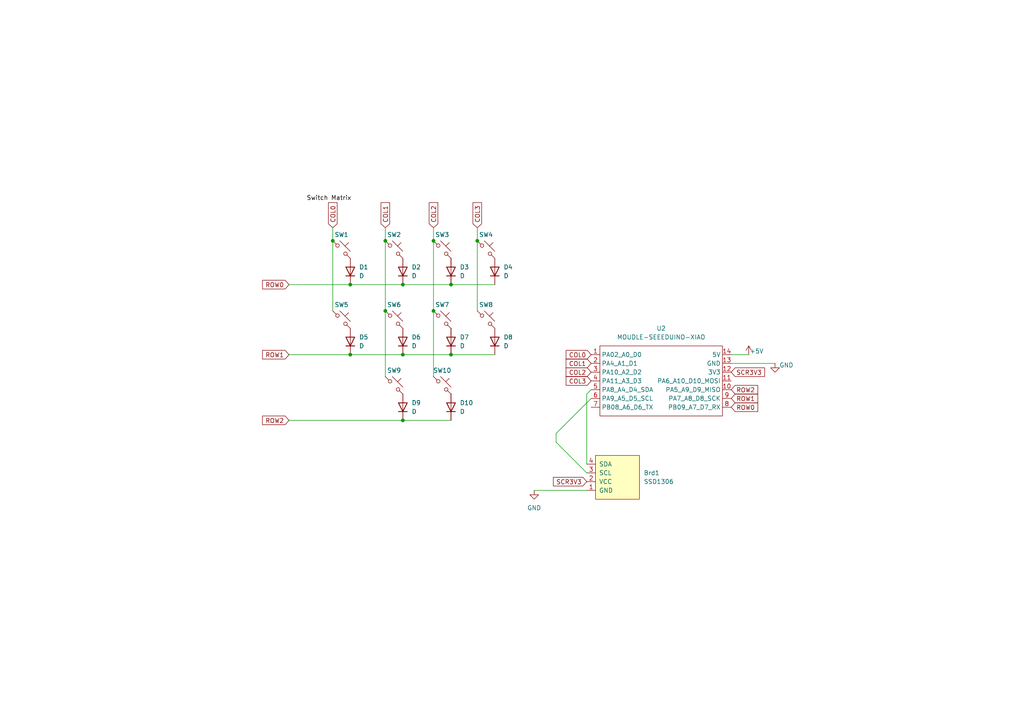
<source format=kicad_sch>
(kicad_sch (version 20231120) (generator "eeschema") (generator_version "8.0")
  (paper "A4")
  (lib_symbols
    (symbol "Device:D" (pin_numbers hide) (pin_names (offset 1.016) hide)
      (property "Reference" "D" (at 0 2.54 0))
      (property "Value" "D" (at 0 -2.54 0))
      (symbol "D_0_1"
        (polyline (pts (xy -1.27 1.27) (xy -1.27 -1.27)) (stroke (width 0.254)))
        (polyline (pts (xy 1.27 0) (xy -1.27 0)))
        (polyline (pts (xy 1.27 1.27) (xy 1.27 -1.27) (xy -1.27 0) (xy 1.27 1.27)) (stroke (width 0.254)))
      )
      (symbol "D_1_1"
        (pin passive line (at -3.81 0 0) (length 2.54) (name "K") (number "1"))
        (pin passive line (at 3.81 0 180) (length 2.54) (name "A") (number "2"))
      )
    )
    (symbol "MOUDLE-SEEEDUINO-XIAO:MOUDLE-SEEEDUINO-XIAO"
      (property "Reference" "U" (at -16.51 11.43 0))
      (property "Value" "MOUDLE-SEEEDUINO-XIAO" (at -3.81 -11.43 0))
      (symbol "MOUDLE-SEEEDUINO-XIAO_0_1"
        (rectangle (start -16.51 10.16) (end 19.05 -10.16))
      )
      (symbol "MOUDLE-SEEEDUINO-XIAO_1_1"
        (pin passive line (at -19.05 7.62 0) (length 2.54) (name "PA02_A0_D0") (number "1"))
        (pin passive line (at 21.59 -2.54 180) (length 2.54) (name "PA5_A9_D9_MISO") (number "10"))
        (pin passive line (at 21.59 0 180) (length 2.54) (name "PA6_A10_D10_MOSI") (number "11"))
        (pin passive line (at 21.59 2.54 180) (length 2.54) (name "3V3") (number "12"))
        (pin passive line (at 21.59 5.08 180) (length 2.54) (name "GND") (number "13"))
        (pin passive line (at 21.59 7.62 180) (length 2.54) (name "5V") (number "14"))
        (pin passive line (at -19.05 5.08 0) (length 2.54) (name "PA4_A1_D1") (number "2"))
        (pin passive line (at -19.05 2.54 0) (length 2.54) (name "PA10_A2_D2") (number "3"))
        (pin passive line (at -19.05 0 0) (length 2.54) (name "PA11_A3_D3") (number "4"))
        (pin passive line (at -19.05 -2.54 0) (length 2.54) (name "PA8_A4_D4_SDA") (number "5"))
        (pin passive line (at -19.05 -5.08 0) (length 2.54) (name "PA9_A5_D5_SCL") (number "6"))
        (pin passive line (at -19.05 -7.62 0) (length 2.54) (name "PB08_A6_D6_TX") (number "7"))
        (pin passive line (at 21.59 -7.62 180) (length 2.54) (name "PB09_A7_D7_RX") (number "8"))
        (pin passive line (at 21.59 -5.08 180) (length 2.54) (name "PA7_A8_D8_SCK") (number "9"))
      )
    )
    (symbol "SSD1306-128x64_OLED:SSD1306" (pin_names (offset 1.016))
      (property "Reference" "Brd" (at 0 -3.81 0))
      (property "Value" "SSD1306" (at 0 -1.27 0))
      (symbol "SSD1306_0_1"
        (rectangle (start -6.35 6.35) (end 6.35 -6.35) (fill (type background)))
      )
      (symbol "SSD1306_1_1"
        (pin input line (at -3.81 8.89 270) (length 2.54) (name "GND") (number "1"))
        (pin input line (at -1.27 8.89 270) (length 2.54) (name "VCC") (number "2"))
        (pin input line (at 1.27 8.89 270) (length 2.54) (name "SCL") (number "3"))
        (pin input line (at 3.81 8.89 270) (length 2.54) (name "SDA") (number "4"))
      )
    )
    (symbol "Switch:SW_Push_45deg" (pin_numbers hide) (pin_names (offset 1.016) hide)
      (property "Reference" "SW" (at 3.048 1.016 0))
      (property "Value" "SW_Push_45deg" (at 0 -3.81 0))
      (symbol "SW_Push_45deg_0_1"
        (circle (center -1.1684 1.1684) (radius 0.508))
        (polyline (pts (xy -0.508 2.54) (xy 2.54 -0.508)))
        (polyline (pts (xy 1.016 1.016) (xy 2.032 2.032)))
        (polyline (pts (xy -2.54 2.54) (xy -1.524 1.524) (xy -1.524 1.524)))
        (polyline (pts (xy 1.524 -1.524) (xy 2.54 -2.54) (xy 2.54 -2.54) (xy 2.54 -2.54)))
        (circle (center 1.143 -1.1938) (radius 0.508))
        (pin passive line (at -2.54 2.54 0) (length 0) (name "1") (number "1"))
        (pin passive line (at 2.54 -2.54 180) (length 0) (name "2") (number "2"))
      )
    )
    (symbol "power:+5V" (power) (pin_numbers hide) (pin_names (offset 0) hide)
      (property "Value" "+5V" (at 0 3.556 0))
      (symbol "+5V_0_1"
        (polyline (pts (xy -0.762 1.27) (xy 0 2.54)))
        (polyline (pts (xy 0 0) (xy 0 2.54)))
        (polyline (pts (xy 0 2.54) (xy 0.762 1.27)))
      )
      (symbol "+5V_1_1"
        (pin power_in line (at 0 0 90) (length 0) (name "~") (number "1"))
      )
    )
    (symbol "power:GND" (power) (pin_numbers hide) (pin_names (offset 0) hide)
      (property "Value" "GND" (at 0 -3.81 0))
      (symbol "GND_0_1"
        (polyline (pts (xy 0 0) (xy 0 -1.27) (xy 1.27 -1.27) (xy 0 -2.54) (xy -1.27 -1.27) (xy 0 -1.27)))
      )
      (symbol "GND_1_1"
        (pin power_in line (at 0 0 270) (length 0) (name "~") (number "1"))
      )
    )
  )
  (junction (at 111.76 69.85))
  (junction (at 111.76 90.17))
  (junction (at 130.81 102.87))
  (junction (at 116.84 102.87))
  (junction (at 101.6 102.87))
  (junction (at 116.84 121.92))
  (junction (at 96.52 69.85))
  (junction (at 125.73 69.85))
  (junction (at 116.84 82.55))
  (junction (at 101.6 82.55))
  (junction (at 138.43 69.85))
  (junction (at 125.73 90.17))
  (junction (at 130.81 82.55))
  (wire (pts (xy 116.84 82.55) (xy 130.81 82.55)))
  (wire (pts (xy 170.18 137.16) (xy 161.29 128.27)))
  (wire (pts (xy 170.18 142.24) (xy 154.94 142.24)))
  (wire (pts (xy 212.09 102.87) (xy 217.17 102.87)))
  (wire (pts (xy 138.43 69.85) (xy 138.43 90.17)))
  (wire (pts (xy 116.84 121.92) (xy 130.81 121.92)))
  (wire (pts (xy 111.76 66.04) (xy 111.76 69.85)))
  (wire (pts (xy 138.43 66.04) (xy 138.43 69.85)))
  (wire (pts (xy 170.18 114.3) (xy 171.45 113.03)))
  (wire (pts (xy 101.6 102.87) (xy 116.84 102.87)))
  (wire (pts (xy 101.6 82.55) (xy 116.84 82.55)))
  (wire (pts (xy 83.82 102.87) (xy 101.6 102.87)))
  (wire (pts (xy 83.82 82.55) (xy 101.6 82.55)))
  (wire (pts (xy 111.76 90.17) (xy 111.76 109.22)))
  (wire (pts (xy 161.29 128.27) (xy 161.29 125.73)))
  (wire (pts (xy 96.52 66.04) (xy 96.52 69.85)))
  (wire (pts (xy 130.81 102.87) (xy 143.51 102.87)))
  (wire (pts (xy 111.76 69.85) (xy 111.76 90.17)))
  (wire (pts (xy 161.29 125.73) (xy 171.45 115.57)))
  (wire (pts (xy 96.52 69.85) (xy 96.52 90.17)))
  (wire (pts (xy 83.82 121.92) (xy 116.84 121.92)))
  (wire (pts (xy 130.81 82.55) (xy 143.51 82.55)))
  (wire (pts (xy 125.73 90.17) (xy 125.73 109.22)))
  (wire (pts (xy 125.73 66.04) (xy 125.73 69.85)))
  (wire (pts (xy 116.84 102.87) (xy 130.81 102.87)))
  (wire (pts (xy 212.09 105.41) (xy 224.79 105.41)))
  (wire (pts (xy 125.73 69.85) (xy 125.73 90.17)))
  (wire (pts (xy 170.18 134.62) (xy 170.18 114.3)))
  (label "Switch Matrix" (at 88.9 58.42 0))
  (global_label "COL3" (shape input) (at 171.45 110.49 180) (property "Intersheetrefs" "${INTERSHEET_REFS}" (effects (hide yes))))
  (global_label "ROW0" (shape input) (at 83.82 82.55 180) (property "Intersheetrefs" "${INTERSHEET_REFS}" (effects (hide yes))))
  (global_label "COL1" (shape input) (at 171.45 105.41 180) (property "Intersheetrefs" "${INTERSHEET_REFS}" (effects (hide yes))))
  (global_label "ROW1" (shape input) (at 212.09 115.57 0) (property "Intersheetrefs" "${INTERSHEET_REFS}" (effects (hide yes))))
  (global_label "COL1" (shape input) (at 111.76 66.04 90) (property "Intersheetrefs" "${INTERSHEET_REFS}" (effects (hide yes))))
  (global_label "ROW2" (shape input) (at 83.82 121.92 180) (property "Intersheetrefs" "${INTERSHEET_REFS}" (effects (hide yes))))
  (global_label "COL3" (shape input) (at 138.43 66.04 90) (property "Intersheetrefs" "${INTERSHEET_REFS}" (effects (hide yes))))
  (global_label "ROW1" (shape input) (at 83.82 102.87 180) (property "Intersheetrefs" "${INTERSHEET_REFS}" (effects (hide yes))))
  (global_label "COL2" (shape input) (at 125.73 66.04 90) (property "Intersheetrefs" "${INTERSHEET_REFS}" (effects (hide yes))))
  (global_label "ROW2" (shape input) (at 212.09 113.03 0) (property "Intersheetrefs" "${INTERSHEET_REFS}" (effects (hide yes))))
  (global_label "SCR3V3" (shape input) (at 170.18 139.7 180) (property "Intersheetrefs" "${INTERSHEET_REFS}" (effects (hide yes))))
  (global_label "SCR3V3" (shape input) (at 212.09 107.95 0) (property "Intersheetrefs" "${INTERSHEET_REFS}" (effects (hide yes))))
  (global_label "COL0" (shape input) (at 96.52 66.04 90) (property "Intersheetrefs" "${INTERSHEET_REFS}" (effects (hide yes))))
  (global_label "ROW0" (shape input) (at 212.09 118.11 0) (property "Intersheetrefs" "${INTERSHEET_REFS}" (effects (hide yes))))
  (global_label "COL0" (shape input) (at 171.45 102.87 180) (property "Intersheetrefs" "${INTERSHEET_REFS}" (effects (hide yes))))
  (global_label "COL2" (shape input) (at 171.45 107.95 180) (property "Intersheetrefs" "${INTERSHEET_REFS}" (effects (hide yes))))
  (symbol (lib_id "Device:D") (at 116.84 78.74 90) (unit 1)
    (property "Reference" "D2" (at 119.38 77.4699 90) (effects (justify right)))
    (property "Value" "D" (at 119.38 80.0099 90) (effects (justify right)))
    (property "Footprint" "Diode_THT:D_A-405_P10.16mm_Horizontal" (effects (hide yes)))
    (property "Description" "Diode" (effects (hide yes)))
    (property "Sim.Device" "D" (effects (hide yes)))
    (property "Sim.Pins" "1=K 2=A" (effects (hide yes)))
  )
  (symbol (lib_id "Switch:SW_Push_45deg") (at 128.27 92.71 0) (unit 1)
    (property "Reference" "SW7" (at 128.27 88.392 0))
    (property "Value" "SW_Push_45deg" (effects (hide yes)))
    (property "Footprint" "MX_Solderable:MX-Solderable-1U" (effects (hide yes)))
    (property "Description" "Push button switch, normally open, two pins, 45° tilted" (effects (hide yes)))
  )
  (symbol (lib_id "Switch:SW_Push_45deg") (at 140.97 92.71 0) (unit 1)
    (property "Reference" "SW8" (at 140.97 88.392 0))
    (property "Value" "SW_Push_45deg" (effects (hide yes)))
    (property "Footprint" "MX_Solderable:MX-Solderable-1U" (effects (hide yes)))
    (property "Description" "Push button switch, normally open, two pins, 45° tilted" (effects (hide yes)))
  )
  (symbol (lib_id "Device:D") (at 143.51 78.74 90) (unit 1)
    (property "Reference" "D4" (at 146.05 77.4699 90) (effects (justify right)))
    (property "Value" "D" (at 146.05 80.0099 90) (effects (justify right)))
    (property "Footprint" "Diode_THT:D_A-405_P10.16mm_Horizontal" (effects (hide yes)))
    (property "Description" "Diode" (effects (hide yes)))
    (property "Sim.Device" "D" (effects (hide yes)))
    (property "Sim.Pins" "1=K 2=A" (effects (hide yes)))
  )
  (symbol (lib_id "Device:D") (at 101.6 78.74 90) (unit 1)
    (property "Reference" "D1" (at 104.14 77.4699 90) (effects (justify right)))
    (property "Value" "D" (at 104.14 80.0099 90) (effects (justify right)))
    (property "Footprint" "Diode_THT:D_A-405_P10.16mm_Horizontal" (effects (hide yes)))
    (property "Description" "Diode" (effects (hide yes)))
    (property "Sim.Device" "D" (effects (hide yes)))
    (property "Sim.Pins" "1=K 2=A" (effects (hide yes)))
  )
  (symbol (lib_id "Switch:SW_Push_45deg") (at 128.27 72.39 0) (unit 1)
    (property "Reference" "SW3" (at 128.27 68.072 0))
    (property "Value" "SW_Push_45deg" (effects (hide yes)))
    (property "Footprint" "MX_Solderable:MX-Solderable-1U" (effects (hide yes)))
    (property "Description" "Push button switch, normally open, two pins, 45° tilted" (effects (hide yes)))
  )
  (symbol (lib_id "Switch:SW_Push_45deg") (at 114.3 92.71 0) (unit 1)
    (property "Reference" "SW6" (at 114.3 88.392 0))
    (property "Value" "SW_Push_45deg" (effects (hide yes)))
    (property "Footprint" "MX_Solderable:MX-Solderable-1U" (effects (hide yes)))
    (property "Description" "Push button switch, normally open, two pins, 45° tilted" (effects (hide yes)))
  )
  (symbol (lib_id "Switch:SW_Push_45deg") (at 99.06 72.39 0) (unit 1)
    (property "Reference" "SW1" (at 99.06 68.072 0))
    (property "Value" "SW_Push_45deg" (effects (hide yes)))
    (property "Footprint" "MX_Solderable:MX-Solderable-1U" (effects (hide yes)))
    (property "Description" "Push button switch, normally open, two pins, 45° tilted" (effects (hide yes)))
  )
  (symbol (lib_id "Device:D") (at 143.51 99.06 90) (unit 1)
    (property "Reference" "D8" (at 146.05 97.7899 90) (effects (justify right)))
    (property "Value" "D" (at 146.05 100.3299 90) (effects (justify right)))
    (property "Footprint" "Diode_THT:D_A-405_P10.16mm_Horizontal" (effects (hide yes)))
    (property "Description" "Diode" (effects (hide yes)))
    (property "Sim.Device" "D" (effects (hide yes)))
    (property "Sim.Pins" "1=K 2=A" (effects (hide yes)))
  )
  (symbol (lib_id "SSD1306-128x64_OLED:SSD1306") (at 179.07 138.43 90) (unit 1)
    (property "Reference" "Brd1" (at 186.69 137.1599 90) (effects (justify right)))
    (property "Value" "SSD1306" (at 186.69 139.6999 90) (effects (justify right)))
    (property "Footprint" "SSD1306:128x64OLED" (effects (hide yes)))
  )
  (symbol (lib_id "power:GND") (at 224.79 105.41 0) (unit 1)
    (property "Reference" "#PWR05" (effects (hide yes)))
    (property "Value" "GND" (at 228.092 105.918 0))
    (property "Description" "Power symbol creates a global label with name \"GND\" , ground" (effects (hide yes)))
  )
  (symbol (lib_id "Switch:SW_Push_45deg") (at 114.3 72.39 0) (unit 1)
    (property "Reference" "SW2" (at 114.3 68.072 0))
    (property "Value" "SW_Push_45deg" (effects (hide yes)))
    (property "Footprint" "MX_Solderable:MX-Solderable-1U" (effects (hide yes)))
    (property "Description" "Push button switch, normally open, two pins, 45° tilted" (effects (hide yes)))
  )
  (symbol (lib_id "MOUDLE-SEEEDUINO-XIAO:MOUDLE-SEEEDUINO-XIAO") (at 190.5 110.49 0) (unit 1)
    (property "Reference" "U2" (at 191.77 95.25 0))
    (property "Value" "MOUDLE-SEEEDUINO-XIAO" (at 191.77 97.79 0))
    (property "Footprint" "XIAO_PCB:MOUDLE14P-2.54-21X17.8MM" (effects (hide yes)))
  )
  (symbol (lib_id "Switch:SW_Push_45deg") (at 114.3 111.76 0) (unit 1)
    (property "Reference" "SW9" (at 114.3 107.442 0))
    (property "Value" "SW_Push_45deg" (effects (hide yes)))
    (property "Footprint" "MX_Solderable:MX-Solderable-1U" (effects (hide yes)))
    (property "Description" "Push button switch, normally open, two pins, 45° tilted" (effects (hide yes)))
  )
  (symbol (lib_id "Device:D") (at 116.84 118.11 90) (unit 1)
    (property "Reference" "D9" (at 119.38 116.8399 90) (effects (justify right)))
    (property "Value" "D" (at 119.38 119.3799 90) (effects (justify right)))
    (property "Footprint" "Diode_THT:D_A-405_P10.16mm_Horizontal" (effects (hide yes)))
    (property "Description" "Diode" (effects (hide yes)))
    (property "Sim.Device" "D" (effects (hide yes)))
    (property "Sim.Pins" "1=K 2=A" (effects (hide yes)))
  )
  (symbol (lib_id "Switch:SW_Push_45deg") (at 128.27 111.76 0) (unit 1)
    (property "Reference" "SW10" (at 128.27 107.442 0))
    (property "Value" "SW_Push_45deg" (effects (hide yes)))
    (property "Footprint" "MX_Solderable:MX-Solderable-1U" (effects (hide yes)))
    (property "Description" "Push button switch, normally open, two pins, 45° tilted" (effects (hide yes)))
  )
  (symbol (lib_id "Device:D") (at 101.6 99.06 90) (unit 1)
    (property "Reference" "D5" (at 104.14 97.7899 90) (effects (justify right)))
    (property "Value" "D" (at 104.14 100.3299 90) (effects (justify right)))
    (property "Footprint" "Diode_THT:D_A-405_P10.16mm_Horizontal" (effects (hide yes)))
    (property "Description" "Diode" (effects (hide yes)))
    (property "Sim.Device" "D" (effects (hide yes)))
    (property "Sim.Pins" "1=K 2=A" (effects (hide yes)))
  )
  (symbol (lib_id "Device:D") (at 130.81 78.74 90) (unit 1)
    (property "Reference" "D3" (at 133.35 77.4699 90) (effects (justify right)))
    (property "Value" "D" (at 133.35 80.0099 90) (effects (justify right)))
    (property "Footprint" "Diode_THT:D_A-405_P10.16mm_Horizontal" (effects (hide yes)))
    (property "Description" "Diode" (effects (hide yes)))
    (property "Sim.Device" "D" (effects (hide yes)))
    (property "Sim.Pins" "1=K 2=A" (effects (hide yes)))
  )
  (symbol (lib_id "Device:D") (at 130.81 99.06 90) (unit 1)
    (property "Reference" "D7" (at 133.35 97.7899 90) (effects (justify right)))
    (property "Value" "D" (at 133.35 100.3299 90) (effects (justify right)))
    (property "Footprint" "Diode_THT:D_A-405_P10.16mm_Horizontal" (effects (hide yes)))
    (property "Description" "Diode" (effects (hide yes)))
    (property "Sim.Device" "D" (effects (hide yes)))
    (property "Sim.Pins" "1=K 2=A" (effects (hide yes)))
  )
  (symbol (lib_id "Switch:SW_Push_45deg") (at 140.97 72.39 0) (unit 1)
    (property "Reference" "SW4" (at 140.97 68.072 0))
    (property "Value" "SW_Push_45deg" (effects (hide yes)))
    (property "Footprint" "MX_Solderable:MX-Solderable-1U" (effects (hide yes)))
    (property "Description" "Push button switch, normally open, two pins, 45° tilted" (effects (hide yes)))
  )
  (symbol (lib_id "Switch:SW_Push_45deg") (at 99.06 92.71 0) (unit 1)
    (property "Reference" "SW5" (at 99.06 88.392 0))
    (property "Value" "SW_Push_45deg" (effects (hide yes)))
    (property "Footprint" "MX_Solderable:MX-Solderable-1U" (effects (hide yes)))
    (property "Description" "Push button switch, normally open, two pins, 45° tilted" (effects (hide yes)))
  )
  (symbol (lib_id "Device:D") (at 130.81 118.11 90) (unit 1)
    (property "Reference" "D10" (at 133.35 116.8399 90) (effects (justify right)))
    (property "Value" "D" (at 133.35 119.3799 90) (effects (justify right)))
    (property "Footprint" "Diode_THT:D_A-405_P10.16mm_Horizontal" (effects (hide yes)))
    (property "Description" "Diode" (effects (hide yes)))
    (property "Sim.Device" "D" (effects (hide yes)))
    (property "Sim.Pins" "1=K 2=A" (effects (hide yes)))
  )
  (symbol (lib_id "power:+5V") (at 217.17 102.87 0) (unit 1)
    (property "Reference" "#PWR04" (effects (hide yes)))
    (property "Value" "+5V" (at 219.456 101.854 0))
    (property "Description" "Power symbol creates a global label with name \"+5V\"" (effects (hide yes)))
  )
  (symbol (lib_id "Device:D") (at 116.84 99.06 90) (unit 1)
    (property "Reference" "D6" (at 119.38 97.7899 90) (effects (justify right)))
    (property "Value" "D" (at 119.38 100.3299 90) (effects (justify right)))
    (property "Footprint" "Diode_THT:D_A-405_P10.16mm_Horizontal" (effects (hide yes)))
    (property "Description" "Diode" (effects (hide yes)))
    (property "Sim.Device" "D" (effects (hide yes)))
    (property "Sim.Pins" "1=K 2=A" (effects (hide yes)))
  )
  (symbol (lib_id "power:GND") (at 154.94 142.24 0) (unit 1)
    (property "Reference" "#PWR01" (effects (hide yes)))
    (property "Value" "GND" (at 154.94 147.32 0))
    (property "Description" "Power symbol creates a global label with name \"GND\" , ground" (effects (hide yes)))
  )
)
</source>
